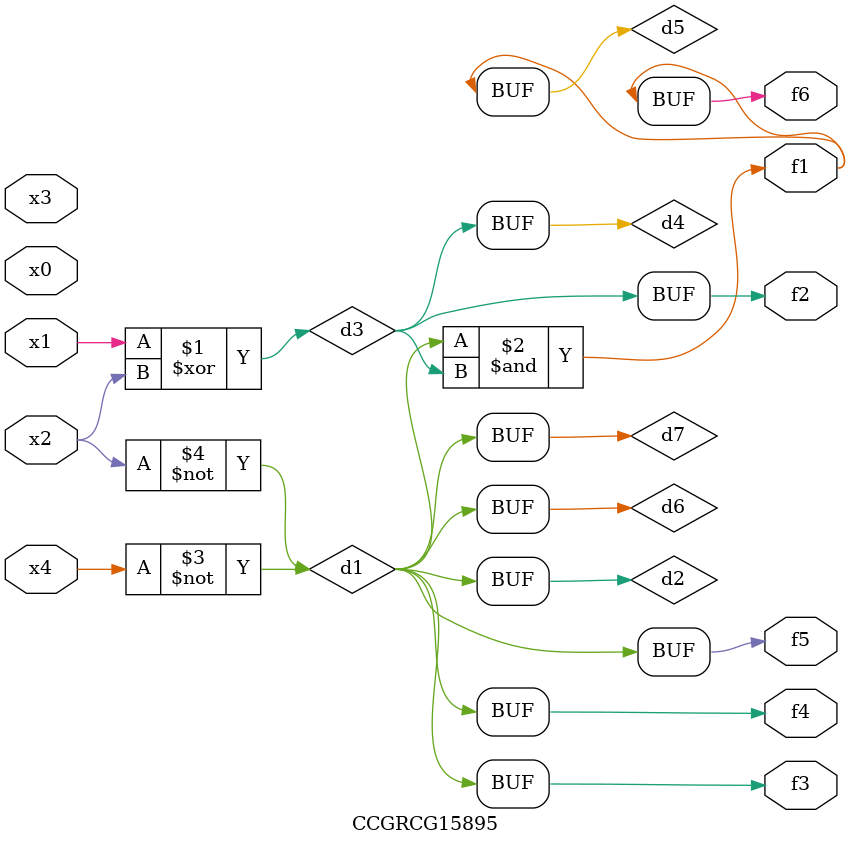
<source format=v>
module CCGRCG15895(
	input x0, x1, x2, x3, x4,
	output f1, f2, f3, f4, f5, f6
);

	wire d1, d2, d3, d4, d5, d6, d7;

	not (d1, x4);
	not (d2, x2);
	xor (d3, x1, x2);
	buf (d4, d3);
	and (d5, d1, d3);
	buf (d6, d1, d2);
	buf (d7, d2);
	assign f1 = d5;
	assign f2 = d4;
	assign f3 = d7;
	assign f4 = d7;
	assign f5 = d7;
	assign f6 = d5;
endmodule

</source>
